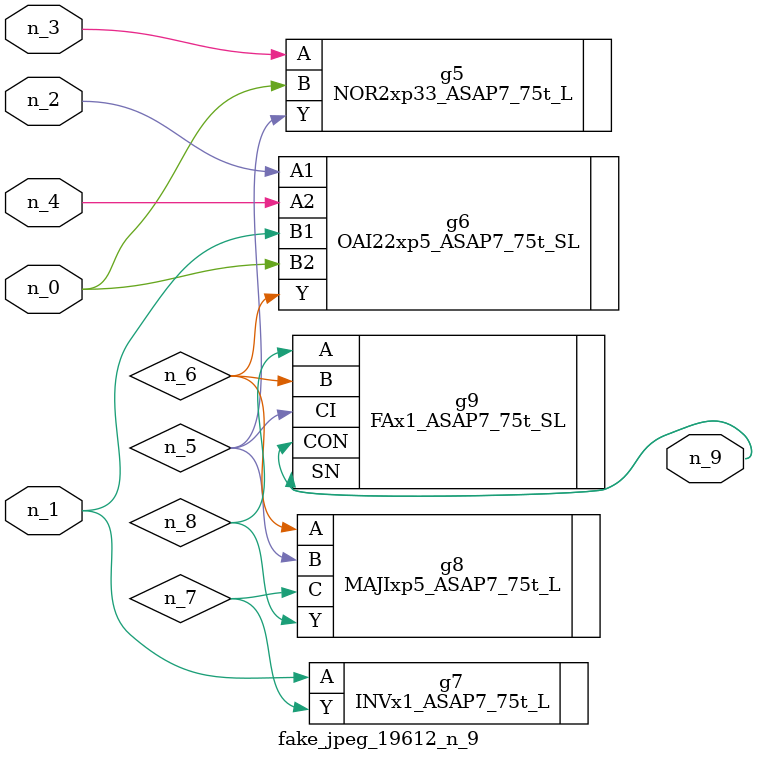
<source format=v>
module fake_jpeg_19612_n_9 (n_3, n_2, n_1, n_0, n_4, n_9);

input n_3;
input n_2;
input n_1;
input n_0;
input n_4;

output n_9;

wire n_8;
wire n_6;
wire n_5;
wire n_7;

NOR2xp33_ASAP7_75t_L g5 ( 
.A(n_3),
.B(n_0),
.Y(n_5)
);

OAI22xp5_ASAP7_75t_SL g6 ( 
.A1(n_2),
.A2(n_4),
.B1(n_1),
.B2(n_0),
.Y(n_6)
);

INVx1_ASAP7_75t_L g7 ( 
.A(n_1),
.Y(n_7)
);

MAJIxp5_ASAP7_75t_L g8 ( 
.A(n_6),
.B(n_5),
.C(n_7),
.Y(n_8)
);

FAx1_ASAP7_75t_SL g9 ( 
.A(n_8),
.B(n_6),
.CI(n_5),
.CON(n_9),
.SN(n_9)
);


endmodule
</source>
